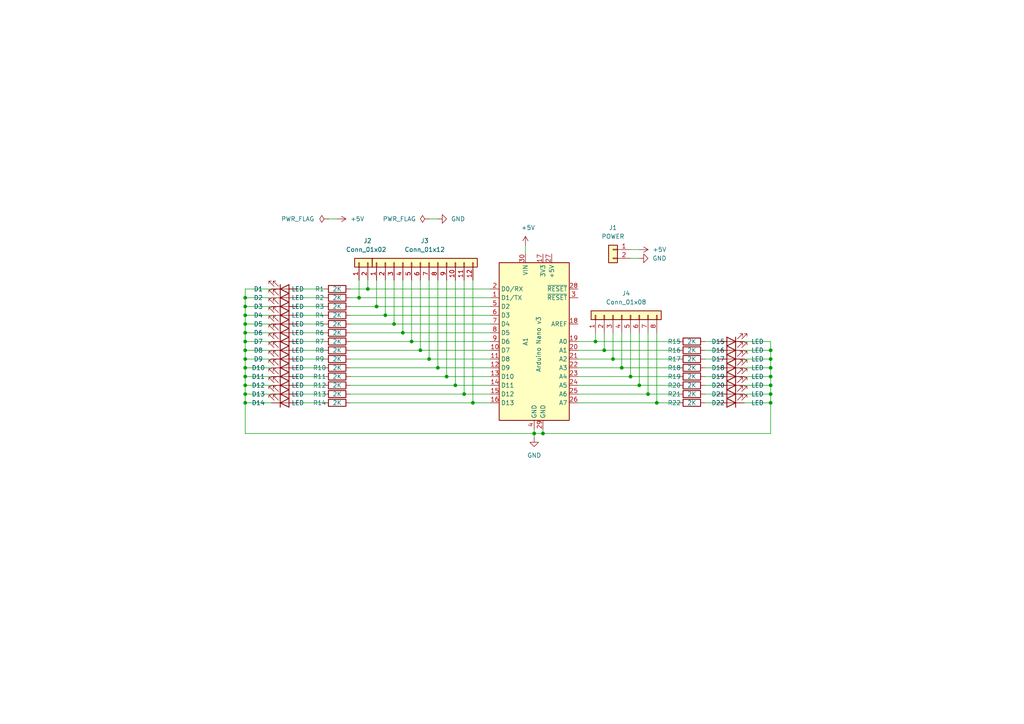
<source format=kicad_sch>
(kicad_sch (version 20211123) (generator eeschema)
  (paper "A4")
  (lib_symbols
    (symbol "Connector_Generic:Conn_01x02" (pin_names (offset 1.016) hide)
      (property "Reference" "J" (at 0 2.54 0))
      (property "Value" "Conn_01x02" (at 0 -5.08 0))
      (symbol "Conn_01x02_1_1"
        (rectangle (start -1.27 -2.413) (end 0 -2.667) (stroke (width 0.1524)))
        (rectangle (start -1.27 0.127) (end 0 -0.127) (stroke (width 0.1524)))
        (rectangle (start -1.27 1.27) (end 1.27 -3.81) (stroke (width 0.254)) (fill (type background)))
        (pin passive line (at -5.08 0 0) (length 3.81) (name "Pin_1") (number "1"))
        (pin passive line (at -5.08 -2.54 0) (length 3.81) (name "Pin_2") (number "2"))
      )
    )
    (symbol "Connector_Generic:Conn_01x08" (pin_names (offset 1.016) hide)
      (property "Reference" "J" (at 0 10.16 0))
      (property "Value" "Conn_01x08" (at 0 -12.7 0))
      (symbol "Conn_01x08_1_1"
        (rectangle (start -1.27 -10.033) (end 0 -10.287) (stroke (width 0.1524)))
        (rectangle (start -1.27 -7.493) (end 0 -7.747) (stroke (width 0.1524)))
        (rectangle (start -1.27 -4.953) (end 0 -5.207) (stroke (width 0.1524)))
        (rectangle (start -1.27 -2.413) (end 0 -2.667) (stroke (width 0.1524)))
        (rectangle (start -1.27 0.127) (end 0 -0.127) (stroke (width 0.1524)))
        (rectangle (start -1.27 2.667) (end 0 2.413) (stroke (width 0.1524)))
        (rectangle (start -1.27 5.207) (end 0 4.953) (stroke (width 0.1524)))
        (rectangle (start -1.27 7.747) (end 0 7.493) (stroke (width 0.1524)))
        (rectangle (start -1.27 8.89) (end 1.27 -11.43) (stroke (width 0.254)) (fill (type background)))
        (pin passive line (at -5.08 7.62 0) (length 3.81) (name "Pin_1") (number "1"))
        (pin passive line (at -5.08 5.08 0) (length 3.81) (name "Pin_2") (number "2"))
        (pin passive line (at -5.08 2.54 0) (length 3.81) (name "Pin_3") (number "3"))
        (pin passive line (at -5.08 0 0) (length 3.81) (name "Pin_4") (number "4"))
        (pin passive line (at -5.08 -2.54 0) (length 3.81) (name "Pin_5") (number "5"))
        (pin passive line (at -5.08 -5.08 0) (length 3.81) (name "Pin_6") (number "6"))
        (pin passive line (at -5.08 -7.62 0) (length 3.81) (name "Pin_7") (number "7"))
        (pin passive line (at -5.08 -10.16 0) (length 3.81) (name "Pin_8") (number "8"))
      )
    )
    (symbol "Connector_Generic:Conn_01x12" (pin_names (offset 1.016) hide)
      (property "Reference" "J" (at 0 15.24 0))
      (property "Value" "Conn_01x12" (at 0 -17.78 0))
      (symbol "Conn_01x12_1_1"
        (rectangle (start -1.27 -15.113) (end 0 -15.367) (stroke (width 0.1524)))
        (rectangle (start -1.27 -12.573) (end 0 -12.827) (stroke (width 0.1524)))
        (rectangle (start -1.27 -10.033) (end 0 -10.287) (stroke (width 0.1524)))
        (rectangle (start -1.27 -7.493) (end 0 -7.747) (stroke (width 0.1524)))
        (rectangle (start -1.27 -4.953) (end 0 -5.207) (stroke (width 0.1524)))
        (rectangle (start -1.27 -2.413) (end 0 -2.667) (stroke (width 0.1524)))
        (rectangle (start -1.27 0.127) (end 0 -0.127) (stroke (width 0.1524)))
        (rectangle (start -1.27 2.667) (end 0 2.413) (stroke (width 0.1524)))
        (rectangle (start -1.27 5.207) (end 0 4.953) (stroke (width 0.1524)))
        (rectangle (start -1.27 7.747) (end 0 7.493) (stroke (width 0.1524)))
        (rectangle (start -1.27 10.287) (end 0 10.033) (stroke (width 0.1524)))
        (rectangle (start -1.27 12.827) (end 0 12.573) (stroke (width 0.1524)))
        (rectangle (start -1.27 13.97) (end 1.27 -16.51) (stroke (width 0.254)) (fill (type background)))
        (pin passive line (at -5.08 12.7 0) (length 3.81) (name "Pin_1") (number "1"))
        (pin passive line (at -5.08 -10.16 0) (length 3.81) (name "Pin_10") (number "10"))
        (pin passive line (at -5.08 -12.7 0) (length 3.81) (name "Pin_11") (number "11"))
        (pin passive line (at -5.08 -15.24 0) (length 3.81) (name "Pin_12") (number "12"))
        (pin passive line (at -5.08 10.16 0) (length 3.81) (name "Pin_2") (number "2"))
        (pin passive line (at -5.08 7.62 0) (length 3.81) (name "Pin_3") (number "3"))
        (pin passive line (at -5.08 5.08 0) (length 3.81) (name "Pin_4") (number "4"))
        (pin passive line (at -5.08 2.54 0) (length 3.81) (name "Pin_5") (number "5"))
        (pin passive line (at -5.08 0 0) (length 3.81) (name "Pin_6") (number "6"))
        (pin passive line (at -5.08 -2.54 0) (length 3.81) (name "Pin_7") (number "7"))
        (pin passive line (at -5.08 -5.08 0) (length 3.81) (name "Pin_8") (number "8"))
        (pin passive line (at -5.08 -7.62 0) (length 3.81) (name "Pin_9") (number "9"))
      )
    )
    (symbol "Device:LED" (pin_numbers hide) (pin_names (offset 1.016) hide)
      (property "Reference" "D" (at 0 2.54 0))
      (property "Value" "LED" (at 0 -2.54 0))
      (symbol "LED_0_1"
        (polyline (pts (xy -1.27 -1.27) (xy -1.27 1.27)) (stroke (width 0.254)))
        (polyline (pts (xy -1.27 0) (xy 1.27 0)))
        (polyline (pts (xy 1.27 -1.27) (xy 1.27 1.27) (xy -1.27 0) (xy 1.27 -1.27)) (stroke (width 0.254)))
        (polyline (pts (xy -3.048 -0.762) (xy -4.572 -2.286) (xy -3.81 -2.286) (xy -4.572 -2.286) (xy -4.572 -1.524)))
        (polyline (pts (xy -1.778 -0.762) (xy -3.302 -2.286) (xy -2.54 -2.286) (xy -3.302 -2.286) (xy -3.302 -1.524)))
      )
      (symbol "LED_1_1"
        (pin passive line (at -3.81 0 0) (length 2.54) (name "K") (number "1"))
        (pin passive line (at 3.81 0 180) (length 2.54) (name "A") (number "2"))
      )
    )
    (symbol "Device:R" (pin_numbers hide) (pin_names (offset 0))
      (property "Reference" "R" (at 2.032 0 90))
      (property "Value" "R" (at 0 0 90))
      (symbol "R_0_1"
        (rectangle (start -1.016 -2.54) (end 1.016 2.54) (stroke (width 0.254)))
      )
      (symbol "R_1_1"
        (pin passive line (at 0 3.81 270) (length 1.27) (name "~") (number "1"))
        (pin passive line (at 0 -3.81 90) (length 1.27) (name "~") (number "2"))
      )
    )
    (symbol "MCU_Module:Arduino_Nano_v3.x"
      (property "Reference" "A" (at -10.16 23.495 0))
      (property "Value" "Arduino_Nano_v3.x" (at 5.08 -24.13 0))
      (symbol "Arduino_Nano_v3.x_0_1"
        (rectangle (start -10.16 22.86) (end 10.16 -22.86) (stroke (width 0.254)) (fill (type background)))
      )
      (symbol "Arduino_Nano_v3.x_1_1"
        (pin bidirectional line (at -12.7 12.7 0) (length 2.54) (name "D1/TX") (number "1"))
        (pin bidirectional line (at -12.7 -2.54 0) (length 2.54) (name "D7") (number "10"))
        (pin bidirectional line (at -12.7 -5.08 0) (length 2.54) (name "D8") (number "11"))
        (pin bidirectional line (at -12.7 -7.62 0) (length 2.54) (name "D9") (number "12"))
        (pin bidirectional line (at -12.7 -10.16 0) (length 2.54) (name "D10") (number "13"))
        (pin bidirectional line (at -12.7 -12.7 0) (length 2.54) (name "D11") (number "14"))
        (pin bidirectional line (at -12.7 -15.24 0) (length 2.54) (name "D12") (number "15"))
        (pin bidirectional line (at -12.7 -17.78 0) (length 2.54) (name "D13") (number "16"))
        (pin power_out line (at 2.54 25.4 270) (length 2.54) (name "3V3") (number "17"))
        (pin input line (at 12.7 5.08 180) (length 2.54) (name "AREF") (number "18"))
        (pin bidirectional line (at 12.7 0 180) (length 2.54) (name "A0") (number "19"))
        (pin bidirectional line (at -12.7 15.24 0) (length 2.54) (name "D0/RX") (number "2"))
        (pin bidirectional line (at 12.7 -2.54 180) (length 2.54) (name "A1") (number "20"))
        (pin bidirectional line (at 12.7 -5.08 180) (length 2.54) (name "A2") (number "21"))
        (pin bidirectional line (at 12.7 -7.62 180) (length 2.54) (name "A3") (number "22"))
        (pin bidirectional line (at 12.7 -10.16 180) (length 2.54) (name "A4") (number "23"))
        (pin bidirectional line (at 12.7 -12.7 180) (length 2.54) (name "A5") (number "24"))
        (pin bidirectional line (at 12.7 -15.24 180) (length 2.54) (name "A6") (number "25"))
        (pin bidirectional line (at 12.7 -17.78 180) (length 2.54) (name "A7") (number "26"))
        (pin power_out line (at 5.08 25.4 270) (length 2.54) (name "+5V") (number "27"))
        (pin input line (at 12.7 15.24 180) (length 2.54) (name "~{RESET}") (number "28"))
        (pin power_in line (at 2.54 -25.4 90) (length 2.54) (name "GND") (number "29"))
        (pin input line (at 12.7 12.7 180) (length 2.54) (name "~{RESET}") (number "3"))
        (pin power_in line (at -2.54 25.4 270) (length 2.54) (name "VIN") (number "30"))
        (pin power_in line (at 0 -25.4 90) (length 2.54) (name "GND") (number "4"))
        (pin bidirectional line (at -12.7 10.16 0) (length 2.54) (name "D2") (number "5"))
        (pin bidirectional line (at -12.7 7.62 0) (length 2.54) (name "D3") (number "6"))
        (pin bidirectional line (at -12.7 5.08 0) (length 2.54) (name "D4") (number "7"))
        (pin bidirectional line (at -12.7 2.54 0) (length 2.54) (name "D5") (number "8"))
        (pin bidirectional line (at -12.7 0 0) (length 2.54) (name "D6") (number "9"))
      )
    )
    (symbol "power:+5V" (power) (pin_names (offset 0))
      (property "Value" "+5V" (at 0 3.556 0))
      (symbol "+5V_0_1"
        (polyline (pts (xy -0.762 1.27) (xy 0 2.54)))
        (polyline (pts (xy 0 0) (xy 0 2.54)))
        (polyline (pts (xy 0 2.54) (xy 0.762 1.27)))
      )
      (symbol "+5V_1_1"
        (pin power_in line (at 0 0 90) (length 0) hide (name "+5V") (number "1"))
      )
    )
    (symbol "power:GND" (power) (pin_names (offset 0))
      (property "Value" "GND" (at 0 -3.81 0))
      (symbol "GND_0_1"
        (polyline (pts (xy 0 0) (xy 0 -1.27) (xy 1.27 -1.27) (xy 0 -2.54) (xy -1.27 -1.27) (xy 0 -1.27)))
      )
      (symbol "GND_1_1"
        (pin power_in line (at 0 0 270) (length 0) hide (name "GND") (number "1"))
      )
    )
    (symbol "power:PWR_FLAG" (power) (pin_numbers hide) (pin_names (offset 0) hide)
      (property "Value" "PWR_FLAG" (at 0 3.81 0))
      (symbol "PWR_FLAG_0_0"
        (pin power_out line (at 0 0 90) (length 0) (name "pwr") (number "1"))
      )
      (symbol "PWR_FLAG_0_1"
        (polyline (pts (xy 0 0) (xy 0 1.27) (xy -1.016 1.905) (xy 0 2.54) (xy 1.016 1.905) (xy 0 1.27)))
      )
    )
  )
  (junction (at 127 106.68))
  (junction (at 106.68 83.82))
  (junction (at 182.88 109.22))
  (junction (at 154.94 125.73))
  (junction (at 71.12 88.9))
  (junction (at 137.16 116.84))
  (junction (at 71.12 99.06))
  (junction (at 124.46 104.14))
  (junction (at 157.48 125.73))
  (junction (at 134.62 114.3))
  (junction (at 172.72 99.06))
  (junction (at 187.96 114.3))
  (junction (at 223.52 104.14))
  (junction (at 116.84 96.52))
  (junction (at 71.12 96.52))
  (junction (at 223.52 116.84))
  (junction (at 223.52 111.76))
  (junction (at 190.5 116.84))
  (junction (at 71.12 91.44))
  (junction (at 223.52 106.68))
  (junction (at 109.22 88.9))
  (junction (at 129.54 109.22))
  (junction (at 175.26 101.6))
  (junction (at 119.38 99.06))
  (junction (at 223.52 109.22))
  (junction (at 185.42 111.76))
  (junction (at 104.14 86.36))
  (junction (at 111.76 91.44))
  (junction (at 71.12 109.22))
  (junction (at 71.12 93.98))
  (junction (at 71.12 114.3))
  (junction (at 114.3 93.98))
  (junction (at 223.52 101.6))
  (junction (at 71.12 86.36))
  (junction (at 71.12 106.68))
  (junction (at 180.34 106.68))
  (junction (at 71.12 116.84))
  (junction (at 223.52 114.3))
  (junction (at 132.08 111.76))
  (junction (at 71.12 101.6))
  (junction (at 121.92 101.6))
  (junction (at 71.12 104.14))
  (junction (at 177.8 104.14))
  (junction (at 71.12 111.76))
  (wire (pts (xy 78.74 109.22) (xy 71.12 109.22)))
  (wire (pts (xy 167.64 109.22) (xy 182.88 109.22)))
  (wire (pts (xy 93.98 96.52) (xy 86.36 96.52)))
  (wire (pts (xy 142.24 114.3) (xy 134.62 114.3)))
  (wire (pts (xy 111.76 91.44) (xy 101.6 91.44)))
  (wire (pts (xy 223.52 99.06) (xy 223.52 101.6)))
  (wire (pts (xy 175.26 96.52) (xy 175.26 101.6)))
  (wire (pts (xy 204.47 106.68) (xy 208.28 106.68)))
  (wire (pts (xy 104.14 86.36) (xy 101.6 86.36)))
  (wire (pts (xy 190.5 116.84) (xy 196.85 116.84)))
  (wire (pts (xy 142.24 104.14) (xy 124.46 104.14)))
  (wire (pts (xy 167.64 111.76) (xy 185.42 111.76)))
  (wire (pts (xy 114.3 81.28) (xy 114.3 93.98)))
  (wire (pts (xy 137.16 116.84) (xy 101.6 116.84)))
  (wire (pts (xy 142.24 91.44) (xy 111.76 91.44)))
  (wire (pts (xy 182.88 109.22) (xy 196.85 109.22)))
  (wire (pts (xy 93.98 101.6) (xy 86.36 101.6)))
  (wire (pts (xy 127 81.28) (xy 127 106.68)))
  (wire (pts (xy 223.52 104.14) (xy 223.52 106.68)))
  (wire (pts (xy 215.9 116.84) (xy 223.52 116.84)))
  (wire (pts (xy 132.08 81.28) (xy 132.08 111.76)))
  (wire (pts (xy 142.24 93.98) (xy 114.3 93.98)))
  (wire (pts (xy 223.52 106.68) (xy 223.52 109.22)))
  (wire (pts (xy 71.12 91.44) (xy 71.12 93.98)))
  (wire (pts (xy 78.74 114.3) (xy 71.12 114.3)))
  (wire (pts (xy 177.8 96.52) (xy 177.8 104.14)))
  (wire (pts (xy 78.74 93.98) (xy 71.12 93.98)))
  (wire (pts (xy 129.54 81.28) (xy 129.54 109.22)))
  (wire (pts (xy 187.96 114.3) (xy 196.85 114.3)))
  (wire (pts (xy 78.74 106.68) (xy 71.12 106.68)))
  (wire (pts (xy 106.68 81.28) (xy 106.68 83.82)))
  (wire (pts (xy 180.34 96.52) (xy 180.34 106.68)))
  (wire (pts (xy 119.38 81.28) (xy 119.38 99.06)))
  (wire (pts (xy 215.9 114.3) (xy 223.52 114.3)))
  (wire (pts (xy 215.9 104.14) (xy 223.52 104.14)))
  (wire (pts (xy 190.5 96.52) (xy 190.5 116.84)))
  (wire (pts (xy 167.64 104.14) (xy 177.8 104.14)))
  (wire (pts (xy 71.12 125.73) (xy 154.94 125.73)))
  (wire (pts (xy 154.94 125.73) (xy 157.48 125.73)))
  (wire (pts (xy 142.24 116.84) (xy 137.16 116.84)))
  (wire (pts (xy 134.62 114.3) (xy 101.6 114.3)))
  (wire (pts (xy 106.68 83.82) (xy 142.24 83.82)))
  (wire (pts (xy 142.24 106.68) (xy 127 106.68)))
  (wire (pts (xy 93.98 109.22) (xy 86.36 109.22)))
  (wire (pts (xy 204.47 99.06) (xy 208.28 99.06)))
  (wire (pts (xy 204.47 104.14) (xy 208.28 104.14)))
  (wire (pts (xy 104.14 86.36) (xy 142.24 86.36)))
  (wire (pts (xy 142.24 88.9) (xy 109.22 88.9)))
  (wire (pts (xy 142.24 111.76) (xy 132.08 111.76)))
  (wire (pts (xy 71.12 83.82) (xy 71.12 86.36)))
  (wire (pts (xy 93.98 106.68) (xy 86.36 106.68)))
  (wire (pts (xy 78.74 83.82) (xy 71.12 83.82)))
  (wire (pts (xy 223.52 114.3) (xy 223.52 116.84)))
  (wire (pts (xy 93.98 99.06) (xy 86.36 99.06)))
  (wire (pts (xy 114.3 93.98) (xy 101.6 93.98)))
  (wire (pts (xy 142.24 96.52) (xy 116.84 96.52)))
  (wire (pts (xy 182.88 74.93) (xy 185.42 74.93)))
  (wire (pts (xy 204.47 116.84) (xy 208.28 116.84)))
  (wire (pts (xy 223.52 109.22) (xy 223.52 111.76)))
  (wire (pts (xy 78.74 111.76) (xy 71.12 111.76)))
  (wire (pts (xy 223.52 116.84) (xy 223.52 125.73)))
  (wire (pts (xy 187.96 96.52) (xy 187.96 114.3)))
  (wire (pts (xy 78.74 99.06) (xy 71.12 99.06)))
  (wire (pts (xy 154.94 125.73) (xy 154.94 127)))
  (wire (pts (xy 172.72 96.52) (xy 172.72 99.06)))
  (wire (pts (xy 71.12 101.6) (xy 71.12 104.14)))
  (wire (pts (xy 95.25 63.5) (xy 97.79 63.5)))
  (wire (pts (xy 204.47 114.3) (xy 208.28 114.3)))
  (wire (pts (xy 78.74 96.52) (xy 71.12 96.52)))
  (wire (pts (xy 93.98 116.84) (xy 86.36 116.84)))
  (wire (pts (xy 78.74 88.9) (xy 71.12 88.9)))
  (wire (pts (xy 154.94 124.46) (xy 154.94 125.73)))
  (wire (pts (xy 104.14 81.28) (xy 104.14 86.36)))
  (wire (pts (xy 152.4 71.12) (xy 152.4 73.66)))
  (wire (pts (xy 175.26 101.6) (xy 196.85 101.6)))
  (wire (pts (xy 71.12 104.14) (xy 71.12 106.68)))
  (wire (pts (xy 177.8 104.14) (xy 196.85 104.14)))
  (wire (pts (xy 71.12 106.68) (xy 71.12 109.22)))
  (wire (pts (xy 129.54 109.22) (xy 101.6 109.22)))
  (wire (pts (xy 157.48 125.73) (xy 223.52 125.73)))
  (wire (pts (xy 71.12 93.98) (xy 71.12 96.52)))
  (wire (pts (xy 124.46 81.28) (xy 124.46 104.14)))
  (wire (pts (xy 142.24 99.06) (xy 119.38 99.06)))
  (wire (pts (xy 93.98 93.98) (xy 86.36 93.98)))
  (wire (pts (xy 119.38 99.06) (xy 101.6 99.06)))
  (wire (pts (xy 111.76 81.28) (xy 111.76 91.44)))
  (wire (pts (xy 71.12 111.76) (xy 71.12 114.3)))
  (wire (pts (xy 93.98 111.76) (xy 86.36 111.76)))
  (wire (pts (xy 71.12 86.36) (xy 71.12 88.9)))
  (wire (pts (xy 93.98 88.9) (xy 86.36 88.9)))
  (wire (pts (xy 157.48 124.46) (xy 157.48 125.73)))
  (wire (pts (xy 223.52 111.76) (xy 223.52 114.3)))
  (wire (pts (xy 124.46 63.5) (xy 127 63.5)))
  (wire (pts (xy 93.98 104.14) (xy 86.36 104.14)))
  (wire (pts (xy 167.64 99.06) (xy 172.72 99.06)))
  (wire (pts (xy 180.34 106.68) (xy 196.85 106.68)))
  (wire (pts (xy 116.84 96.52) (xy 101.6 96.52)))
  (wire (pts (xy 93.98 114.3) (xy 86.36 114.3)))
  (wire (pts (xy 71.12 99.06) (xy 71.12 101.6)))
  (wire (pts (xy 78.74 101.6) (xy 71.12 101.6)))
  (wire (pts (xy 121.92 101.6) (xy 101.6 101.6)))
  (wire (pts (xy 71.12 116.84) (xy 71.12 125.73)))
  (wire (pts (xy 142.24 109.22) (xy 129.54 109.22)))
  (wire (pts (xy 78.74 116.84) (xy 71.12 116.84)))
  (wire (pts (xy 204.47 101.6) (xy 208.28 101.6)))
  (wire (pts (xy 204.47 111.76) (xy 208.28 111.76)))
  (wire (pts (xy 71.12 109.22) (xy 71.12 111.76)))
  (wire (pts (xy 78.74 104.14) (xy 71.12 104.14)))
  (wire (pts (xy 78.74 91.44) (xy 71.12 91.44)))
  (wire (pts (xy 137.16 81.28) (xy 137.16 116.84)))
  (wire (pts (xy 71.12 96.52) (xy 71.12 99.06)))
  (wire (pts (xy 204.47 109.22) (xy 208.28 109.22)))
  (wire (pts (xy 167.64 101.6) (xy 175.26 101.6)))
  (wire (pts (xy 223.52 101.6) (xy 223.52 104.14)))
  (wire (pts (xy 215.9 111.76) (xy 223.52 111.76)))
  (wire (pts (xy 93.98 83.82) (xy 86.36 83.82)))
  (wire (pts (xy 93.98 91.44) (xy 86.36 91.44)))
  (wire (pts (xy 101.6 83.82) (xy 106.68 83.82)))
  (wire (pts (xy 71.12 88.9) (xy 71.12 91.44)))
  (wire (pts (xy 109.22 81.28) (xy 109.22 88.9)))
  (wire (pts (xy 215.9 106.68) (xy 223.52 106.68)))
  (wire (pts (xy 132.08 111.76) (xy 101.6 111.76)))
  (wire (pts (xy 172.72 99.06) (xy 196.85 99.06)))
  (wire (pts (xy 124.46 104.14) (xy 101.6 104.14)))
  (wire (pts (xy 109.22 88.9) (xy 101.6 88.9)))
  (wire (pts (xy 185.42 111.76) (xy 196.85 111.76)))
  (wire (pts (xy 116.84 81.28) (xy 116.84 96.52)))
  (wire (pts (xy 167.64 106.68) (xy 180.34 106.68)))
  (wire (pts (xy 134.62 81.28) (xy 134.62 114.3)))
  (wire (pts (xy 182.88 96.52) (xy 182.88 109.22)))
  (wire (pts (xy 142.24 101.6) (xy 121.92 101.6)))
  (wire (pts (xy 215.9 101.6) (xy 223.52 101.6)))
  (wire (pts (xy 127 106.68) (xy 101.6 106.68)))
  (wire (pts (xy 167.64 116.84) (xy 190.5 116.84)))
  (wire (pts (xy 215.9 109.22) (xy 223.52 109.22)))
  (wire (pts (xy 182.88 72.39) (xy 185.42 72.39)))
  (wire (pts (xy 93.98 86.36) (xy 86.36 86.36)))
  (wire (pts (xy 185.42 96.52) (xy 185.42 111.76)))
  (wire (pts (xy 78.74 86.36) (xy 71.12 86.36)))
  (wire (pts (xy 215.9 99.06) (xy 223.52 99.06)))
  (wire (pts (xy 167.64 114.3) (xy 187.96 114.3)))
  (wire (pts (xy 71.12 114.3) (xy 71.12 116.84)))
  (wire (pts (xy 121.92 81.28) (xy 121.92 101.6)))
  (symbol (lib_id "Device:LED") (at 82.55 114.3 0) (mirror x) (unit 1)
    (property "Reference" "D13" (at 74.93 114.3 0))
    (property "Value" "LED" (at 86.36 114.3 0))
    (property "Footprint" "LED_THT:LED_D5.0mm" (effects hide))
  )
  (symbol (lib_id "Device:R") (at 200.66 99.06 90) (unit 1)
    (property "Reference" "R15" (at 195.58 99.06 90))
    (property "Value" "2K" (at 200.66 99.06 90))
    (property "Footprint" "Resistor_THT:R_Axial_DIN0207_L6.3mm_D2.5mm_P10.16mm_Horizontal" (effects hide))
  )
  (symbol (lib_id "Device:R") (at 97.79 96.52 270) (unit 1)
    (property "Reference" "R6" (at 92.71 96.52 90))
    (property "Value" "2K" (at 97.79 96.52 90))
    (property "Footprint" "Resistor_THT:R_Axial_DIN0207_L6.3mm_D2.5mm_P10.16mm_Horizontal" (effects hide))
  )
  (symbol (lib_id "Device:R") (at 200.66 104.14 90) (unit 1)
    (property "Reference" "R17" (at 195.58 104.14 90))
    (property "Value" "2K" (at 200.66 104.14 90))
    (property "Footprint" "Resistor_THT:R_Axial_DIN0207_L6.3mm_D2.5mm_P10.16mm_Horizontal" (effects hide))
  )
  (symbol (lib_id "Device:LED") (at 82.55 101.6 0) (mirror x) (unit 1)
    (property "Reference" "D8" (at 74.93 101.6 0))
    (property "Value" "LED" (at 86.36 101.6 0))
    (property "Footprint" "LED_THT:LED_D5.0mm" (effects hide))
  )
  (symbol (lib_id "Device:R") (at 97.79 99.06 270) (unit 1)
    (property "Reference" "R7" (at 92.71 99.06 90))
    (property "Value" "2K" (at 97.79 99.06 90))
    (property "Footprint" "Resistor_THT:R_Axial_DIN0207_L6.3mm_D2.5mm_P10.16mm_Horizontal" (effects hide))
  )
  (symbol (lib_id "Device:LED") (at 212.09 104.14 180) (unit 1)
    (property "Reference" "D17" (at 208.28 104.14 0))
    (property "Value" "LED" (at 219.71 104.14 0))
    (property "Footprint" "LED_THT:LED_D5.0mm" (effects hide))
  )
  (symbol (lib_id "Device:LED") (at 212.09 116.84 180) (unit 1)
    (property "Reference" "D22" (at 208.28 116.84 0))
    (property "Value" "LED" (at 219.71 116.84 0))
    (property "Footprint" "LED_THT:LED_D5.0mm" (effects hide))
  )
  (symbol (lib_id "Device:R") (at 97.79 101.6 270) (unit 1)
    (property "Reference" "R8" (at 92.71 101.6 90))
    (property "Value" "2K" (at 97.79 101.6 90))
    (property "Footprint" "Resistor_THT:R_Axial_DIN0207_L6.3mm_D2.5mm_P10.16mm_Horizontal" (effects hide))
  )
  (symbol (lib_id "Device:R") (at 97.79 93.98 270) (unit 1)
    (property "Reference" "R5" (at 92.71 93.98 90))
    (property "Value" "2K" (at 97.79 93.98 90))
    (property "Footprint" "Resistor_THT:R_Axial_DIN0207_L6.3mm_D2.5mm_P10.16mm_Horizontal" (effects hide))
  )
  (symbol (lib_id "Device:R") (at 97.79 91.44 270) (unit 1)
    (property "Reference" "R4" (at 92.71 91.44 90))
    (property "Value" "2K" (at 97.79 91.44 90))
    (property "Footprint" "Resistor_THT:R_Axial_DIN0207_L6.3mm_D2.5mm_P10.16mm_Horizontal" (effects hide))
  )
  (symbol (lib_id "Device:R") (at 97.79 106.68 270) (unit 1)
    (property "Reference" "R10" (at 92.71 106.68 90))
    (property "Value" "2K" (at 97.79 106.68 90))
    (property "Footprint" "Resistor_THT:R_Axial_DIN0207_L6.3mm_D2.5mm_P10.16mm_Horizontal" (effects hide))
  )
  (symbol (lib_id "Device:LED") (at 212.09 99.06 180) (unit 1)
    (property "Reference" "D15" (at 208.28 99.06 0))
    (property "Value" "LED" (at 219.71 99.06 0))
    (property "Footprint" "LED_THT:LED_D5.0mm" (effects hide))
  )
  (symbol (lib_id "power:PWR_FLAG") (at 124.46 63.5 90) (unit 1)
    (property "Reference" "#FLG02" (effects hide))
    (property "Value" "PWR_FLAG" (at 120.65 63.5 90) (effects (justify left)))
  )
  (symbol (lib_id "Device:LED") (at 82.55 116.84 0) (mirror x) (unit 1)
    (property "Reference" "D14" (at 74.93 116.84 0))
    (property "Value" "LED" (at 86.36 116.84 0))
    (property "Footprint" "LED_THT:LED_D5.0mm" (effects hide))
  )
  (symbol (lib_id "Device:R") (at 200.66 116.84 90) (unit 1)
    (property "Reference" "R22" (at 195.58 116.84 90))
    (property "Value" "2K" (at 200.66 116.84 90))
    (property "Footprint" "Resistor_THT:R_Axial_DIN0207_L6.3mm_D2.5mm_P10.16mm_Horizontal" (effects hide))
  )
  (symbol (lib_id "power:+5V") (at 185.42 72.39 270) (unit 1)
    (property "Reference" "#PWR0101" (effects hide))
    (property "Value" "+5V" (at 189.23 72.39 90) (effects (justify left)))
  )
  (symbol (lib_id "Device:R") (at 97.79 83.82 270) (unit 1)
    (property "Reference" "R1" (at 92.71 83.82 90))
    (property "Value" "2K" (at 97.79 83.82 90))
    (property "Footprint" "Resistor_THT:R_Axial_DIN0207_L6.3mm_D2.5mm_P10.16mm_Horizontal" (effects hide))
  )
  (symbol (lib_id "power:+5V") (at 152.4 71.12 0) (unit 1)
    (property "Reference" "#PWR03" (effects hide))
    (property "Value" "+5V" (at 151.13 66.04 0) (effects (justify left)))
  )
  (symbol (lib_id "power:GND") (at 185.42 74.93 90) (unit 1)
    (property "Reference" "#PWR0102" (effects hide))
    (property "Value" "GND" (at 189.23 74.93 90) (effects (justify right)))
  )
  (symbol (lib_id "Connector_Generic:Conn_01x02") (at 177.8 72.39 0) (mirror y) (unit 1)
    (property "Reference" "J1" (at 177.8 66.04 0))
    (property "Value" "POWER" (at 177.8 68.58 0))
    (property "Footprint" "Connector_PinHeader_2.54mm:PinHeader_1x02_P2.54mm_Horizontal" (effects hide))
  )
  (symbol (lib_id "Device:R") (at 97.79 114.3 270) (unit 1)
    (property "Reference" "R13" (at 92.71 114.3 90))
    (property "Value" "2K" (at 97.79 114.3 90))
    (property "Footprint" "Resistor_THT:R_Axial_DIN0207_L6.3mm_D2.5mm_P10.16mm_Horizontal" (effects hide))
  )
  (symbol (lib_id "Device:LED") (at 82.55 86.36 0) (mirror x) (unit 1)
    (property "Reference" "D2" (at 74.93 86.36 0))
    (property "Value" "LED" (at 86.36 86.36 0))
    (property "Footprint" "LED_THT:LED_D5.0mm" (effects hide))
  )
  (symbol (lib_id "power:GND") (at 127 63.5 90) (unit 1)
    (property "Reference" "#PWR02" (effects hide))
    (property "Value" "GND" (at 130.81 63.5 90) (effects (justify right)))
  )
  (symbol (lib_id "Device:R") (at 97.79 111.76 270) (unit 1)
    (property "Reference" "R12" (at 92.71 111.76 90))
    (property "Value" "2K" (at 97.79 111.76 90))
    (property "Footprint" "Resistor_THT:R_Axial_DIN0207_L6.3mm_D2.5mm_P10.16mm_Horizontal" (effects hide))
  )
  (symbol (lib_id "power:+5V") (at 97.79 63.5 270) (unit 1)
    (property "Reference" "#PWR01" (effects hide))
    (property "Value" "+5V" (at 101.6 63.5 90) (effects (justify left)))
  )
  (symbol (lib_id "power:GND") (at 154.94 127 0) (unit 1)
    (property "Reference" "#PWR04" (effects hide))
    (property "Value" "GND" (at 154.94 132.08 0))
  )
  (symbol (lib_id "Device:R") (at 200.66 101.6 90) (unit 1)
    (property "Reference" "R16" (at 195.58 101.6 90))
    (property "Value" "2K" (at 200.66 101.6 90))
    (property "Footprint" "Resistor_THT:R_Axial_DIN0207_L6.3mm_D2.5mm_P10.16mm_Horizontal" (effects hide))
  )
  (symbol (lib_id "Device:LED") (at 82.55 93.98 0) (mirror x) (unit 1)
    (property "Reference" "D5" (at 74.93 93.98 0))
    (property "Value" "LED" (at 86.36 93.98 0))
    (property "Footprint" "LED_THT:LED_D5.0mm" (effects hide))
  )
  (symbol (lib_id "Device:LED") (at 82.55 83.82 0) (mirror x) (unit 1)
    (property "Reference" "D1" (at 74.93 83.82 0))
    (property "Value" "LED" (at 86.36 83.82 0))
    (property "Footprint" "LED_THT:LED_D5.0mm" (effects hide))
  )
  (symbol (lib_id "Device:R") (at 97.79 88.9 270) (unit 1)
    (property "Reference" "R3" (at 92.71 88.9 90))
    (property "Value" "2K" (at 97.79 88.9 90))
    (property "Footprint" "Resistor_THT:R_Axial_DIN0207_L6.3mm_D2.5mm_P10.16mm_Horizontal" (effects hide))
  )
  (symbol (lib_id "Device:R") (at 97.79 104.14 270) (unit 1)
    (property "Reference" "R9" (at 92.71 104.14 90))
    (property "Value" "2K" (at 97.79 104.14 90))
    (property "Footprint" "Resistor_THT:R_Axial_DIN0207_L6.3mm_D2.5mm_P10.16mm_Horizontal" (effects hide))
  )
  (symbol (lib_id "Device:LED") (at 82.55 88.9 0) (mirror x) (unit 1)
    (property "Reference" "D3" (at 74.93 88.9 0))
    (property "Value" "LED" (at 86.36 88.9 0))
    (property "Footprint" "LED_THT:LED_D5.0mm" (effects hide))
  )
  (symbol (lib_id "Device:R") (at 200.66 114.3 90) (unit 1)
    (property "Reference" "R21" (at 195.58 114.3 90))
    (property "Value" "2K" (at 200.66 114.3 90))
    (property "Footprint" "Resistor_THT:R_Axial_DIN0207_L6.3mm_D2.5mm_P10.16mm_Horizontal" (effects hide))
  )
  (symbol (lib_id "Device:LED") (at 212.09 109.22 180) (unit 1)
    (property "Reference" "D19" (at 208.28 109.22 0))
    (property "Value" "LED" (at 219.71 109.22 0))
    (property "Footprint" "LED_THT:LED_D5.0mm" (effects hide))
  )
  (symbol (lib_id "Device:LED") (at 82.55 109.22 0) (mirror x) (unit 1)
    (property "Reference" "D11" (at 74.93 109.22 0))
    (property "Value" "LED" (at 86.36 109.22 0))
    (property "Footprint" "LED_THT:LED_D5.0mm" (effects hide))
  )
  (symbol (lib_id "Device:LED") (at 212.09 106.68 180) (unit 1)
    (property "Reference" "D18" (at 208.28 106.68 0))
    (property "Value" "LED" (at 219.71 106.68 0))
    (property "Footprint" "LED_THT:LED_D5.0mm" (effects hide))
  )
  (symbol (lib_id "MCU_Module:Arduino_Nano_v3.x") (at 154.94 99.06 0) (unit 1)
    (property "Reference" "A1" (at 152.4 100.33 90) (effects (justify left)))
    (property "Value" "Arduino Nano v3" (at 156.21 107.95 90) (effects (justify left)))
    (property "Footprint" "Module:Arduino_Nano" (effects hide))
    (property "Datasheet" "http://www.mouser.com/pdfdocs/Gravitech_Arduino_Nano3_0.pdf" (effects hide))
  )
  (symbol (lib_id "Device:R") (at 200.66 109.22 90) (unit 1)
    (property "Reference" "R19" (at 195.58 109.22 90))
    (property "Value" "2K" (at 200.66 109.22 90))
    (property "Footprint" "Resistor_THT:R_Axial_DIN0207_L6.3mm_D2.5mm_P10.16mm_Horizontal" (effects hide))
  )
  (symbol (lib_id "power:PWR_FLAG") (at 95.25 63.5 90) (unit 1)
    (property "Reference" "#FLG01" (effects hide))
    (property "Value" "PWR_FLAG" (at 86.36 63.5 90))
  )
  (symbol (lib_id "Device:R") (at 97.79 116.84 270) (unit 1)
    (property "Reference" "R14" (at 92.71 116.84 90))
    (property "Value" "2K" (at 97.79 116.84 90))
    (property "Footprint" "Resistor_THT:R_Axial_DIN0207_L6.3mm_D2.5mm_P10.16mm_Horizontal" (effects hide))
  )
  (symbol (lib_id "Device:R") (at 200.66 111.76 90) (unit 1)
    (property "Reference" "R20" (at 195.58 111.76 90))
    (property "Value" "2K" (at 200.66 111.76 90))
    (property "Footprint" "Resistor_THT:R_Axial_DIN0207_L6.3mm_D2.5mm_P10.16mm_Horizontal" (effects hide))
  )
  (symbol (lib_id "Connector_Generic:Conn_01x08") (at 180.34 91.44 90) (unit 1)
    (property "Reference" "J4" (at 181.61 85.09 90))
    (property "Value" "Conn_01x08" (at 181.61 87.63 90))
    (property "Footprint" "Connector_PinSocket_2.54mm:PinSocket_1x08_P2.54mm_Vertical" (effects hide))
  )
  (symbol (lib_id "Device:LED") (at 212.09 114.3 180) (unit 1)
    (property "Reference" "D21" (at 208.28 114.3 0))
    (property "Value" "LED" (at 219.71 114.3 0))
    (property "Footprint" "LED_THT:LED_D5.0mm" (effects hide))
  )
  (symbol (lib_id "Device:LED") (at 82.55 106.68 0) (mirror x) (unit 1)
    (property "Reference" "D10" (at 74.93 106.68 0))
    (property "Value" "LED" (at 86.36 106.68 0))
    (property "Footprint" "LED_THT:LED_D5.0mm" (effects hide))
  )
  (symbol (lib_id "Device:R") (at 97.79 86.36 270) (unit 1)
    (property "Reference" "R2" (at 92.71 86.36 90))
    (property "Value" "2K" (at 97.79 86.36 90))
    (property "Footprint" "Resistor_THT:R_Axial_DIN0207_L6.3mm_D2.5mm_P10.16mm_Horizontal" (effects hide))
  )
  (symbol (lib_id "Device:LED") (at 82.55 111.76 0) (mirror x) (unit 1)
    (property "Reference" "D12" (at 74.93 111.76 0))
    (property "Value" "LED" (at 86.36 111.76 0))
    (property "Footprint" "LED_THT:LED_D5.0mm" (effects hide))
  )
  (symbol (lib_id "Device:LED") (at 82.55 96.52 0) (mirror x) (unit 1)
    (property "Reference" "D6" (at 74.93 96.52 0))
    (property "Value" "LED" (at 86.36 96.52 0))
    (property "Footprint" "LED_THT:LED_D5.0mm" (effects hide))
  )
  (symbol (lib_id "Device:LED") (at 82.55 104.14 0) (mirror x) (unit 1)
    (property "Reference" "D9" (at 74.93 104.14 0))
    (property "Value" "LED" (at 86.36 104.14 0))
    (property "Footprint" "LED_THT:LED_D5.0mm" (effects hide))
  )
  (symbol (lib_id "Device:LED") (at 212.09 111.76 180) (unit 1)
    (property "Reference" "D20" (at 208.28 111.76 0))
    (property "Value" "LED" (at 219.71 111.76 0))
    (property "Footprint" "LED_THT:LED_D5.0mm" (effects hide))
  )
  (symbol (lib_id "Device:R") (at 97.79 109.22 270) (unit 1)
    (property "Reference" "R11" (at 92.71 109.22 90))
    (property "Value" "2K" (at 97.79 109.22 90))
    (property "Footprint" "Resistor_THT:R_Axial_DIN0207_L6.3mm_D2.5mm_P10.16mm_Horizontal" (effects hide))
  )
  (symbol (lib_id "Device:LED") (at 82.55 91.44 0) (mirror x) (unit 1)
    (property "Reference" "D4" (at 74.93 91.44 0))
    (property "Value" "LED" (at 86.36 91.44 0))
    (property "Footprint" "LED_THT:LED_D5.0mm" (effects hide))
  )
  (symbol (lib_id "Connector_Generic:Conn_01x12") (at 121.92 76.2 90) (unit 1)
    (property "Reference" "J3" (at 123.19 69.85 90))
    (property "Value" "Conn_01x12" (at 123.19 72.39 90))
    (property "Footprint" "Connector_PinSocket_2.54mm:PinSocket_1x12_P2.54mm_Vertical" (effects hide))
  )
  (symbol (lib_id "Device:LED") (at 82.55 99.06 0) (mirror x) (unit 1)
    (property "Reference" "D7" (at 74.93 99.06 0))
    (property "Value" "LED" (at 86.36 99.06 0))
    (property "Footprint" "LED_THT:LED_D5.0mm" (effects hide))
  )
  (symbol (lib_id "Device:LED") (at 212.09 101.6 180) (unit 1)
    (property "Reference" "D16" (at 208.28 101.6 0))
    (property "Value" "LED" (at 219.71 101.6 0))
    (property "Footprint" "LED_THT:LED_D5.0mm" (effects hide))
  )
  (symbol (lib_id "Connector_Generic:Conn_01x02") (at 104.14 76.2 90) (unit 1)
    (property "Reference" "J2" (at 105.41 69.85 90) (effects (justify right)))
    (property "Value" "Conn_01x02" (at 100.33 72.39 90) (effects (justify right)))
    (property "Footprint" "Connector_PinSocket_2.54mm:PinSocket_1x02_P2.54mm_Vertical" (effects hide))
  )
  (symbol (lib_id "Device:R") (at 200.66 106.68 90) (unit 1)
    (property "Reference" "R18" (at 195.58 106.68 90))
    (property "Value" "2K" (at 200.66 106.68 90))
    (property "Footprint" "Resistor_THT:R_Axial_DIN0207_L6.3mm_D2.5mm_P10.16mm_Horizontal" (effects hide))
  )
)
</source>
